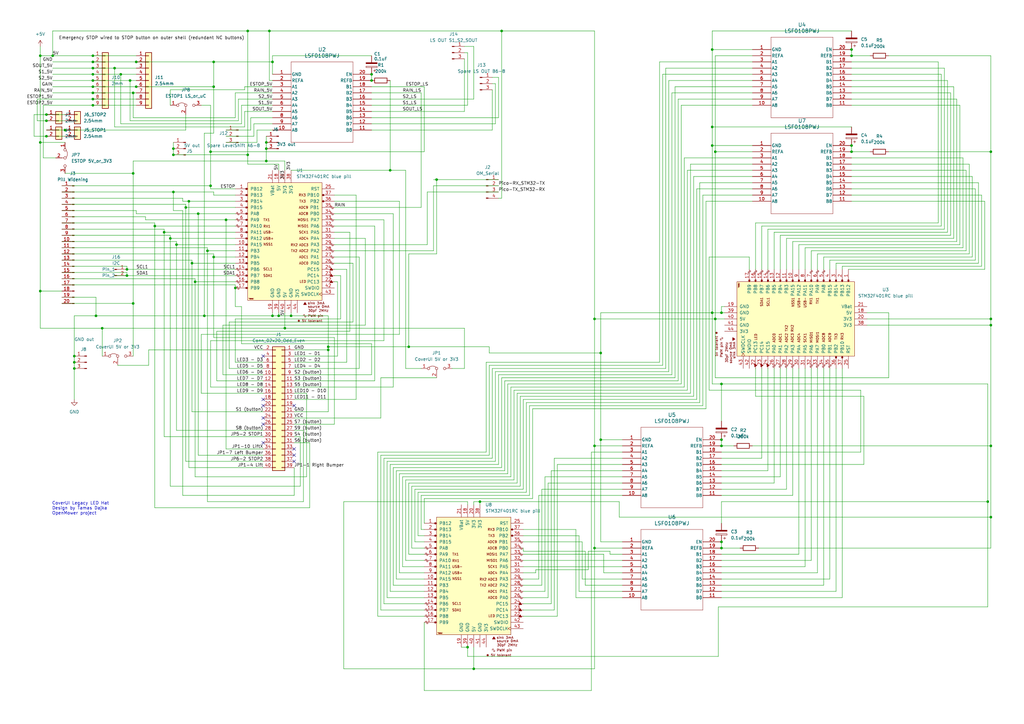
<source format=kicad_sch>
(kicad_sch (version 20231120) (generator "eeschema") (generator_version "8.0")
  (paper "A3")
  (junction (at 71.12 60.96))
  (junction (at 21.59 22.86))
  (junction (at 83.82 129.54))
  (junction (at 293.37 62.23))
  (junction (at 54.61 38.1))
  (junction (at 16.51 58.42))
  (junction (at 295.91 128.27))
  (junction (at 406.4 212.09))
  (junction (at 205.74 12.7))
  (junction (at 152.4 30.48))
  (junction (at 167.64 142.24))
  (junction (at 87.63 105.41))
  (junction (at 87.63 25.4))
  (junction (at 54.61 71.12))
  (junction (at 38.1 38.1))
  (junction (at 69.85 97.79))
  (junction (at 406.4 62.23))
  (junction (at 295.91 182.88))
  (junction (at 191.77 265.43))
  (junction (at 406.4 130.81))
  (junction (at 85.09 102.87))
  (junction (at 405.13 205.74))
  (junction (at 67.31 95.25))
  (junction (at 406.4 182.88))
  (junction (at 109.22 60.96))
  (junction (at 116.84 134.62))
  (junction (at 114.3 129.54))
  (junction (at 101.6 12.7))
  (junction (at 87.63 35.56))
  (junction (at 76.2 85.09))
  (junction (at 38.1 43.18))
  (junction (at 71.12 78.74))
  (junction (at 86.36 76.2))
  (junction (at 38.1 33.02))
  (junction (at 349.25 62.23))
  (junction (at 246.38 180.34))
  (junction (at 111.76 25.4))
  (junction (at 53.34 33.02))
  (junction (at 243.84 182.88))
  (junction (at 78.74 107.95))
  (junction (at 295.91 180.34))
  (junction (at 292.1 20.32))
  (junction (at 160.02 69.85))
  (junction (at 243.84 130.81))
  (junction (at 52.07 110.49))
  (junction (at 295.91 224.79))
  (junction (at 30.48 146.05))
  (junction (at 292.1 59.69))
  (junction (at 19.05 49.53))
  (junction (at 19.05 46.99))
  (junction (at 30.48 151.13))
  (junction (at 30.48 148.59))
  (junction (at 134.62 142.24))
  (junction (at 96.52 118.11))
  (junction (at 52.07 113.03))
  (junction (at 246.38 144.78))
  (junction (at 54.61 124.46))
  (junction (at 92.71 90.17))
  (junction (at 196.85 205.74))
  (junction (at 38.1 22.86))
  (junction (at 71.12 63.5))
  (junction (at 292.1 52.07))
  (junction (at 179.07 73.66))
  (junction (at 81.28 87.63))
  (junction (at 38.1 40.64))
  (junction (at 19.05 55.88))
  (junction (at 243.84 224.79))
  (junction (at 293.37 130.81))
  (junction (at 16.51 22.86))
  (junction (at 41.91 134.62))
  (junction (at 39.37 129.54))
  (junction (at 101.6 63.5))
  (junction (at 38.1 27.94))
  (junction (at 72.39 100.33))
  (junction (at 80.01 115.57))
  (junction (at 38.1 30.48))
  (junction (at 77.47 82.55))
  (junction (at 111.76 129.54))
  (junction (at 55.88 35.56))
  (junction (at 119.38 129.54))
  (junction (at 349.25 20.32))
  (junction (at 26.67 53.34))
  (junction (at 110.49 12.7))
  (junction (at 292.1 128.27))
  (junction (at 194.31 274.32))
  (junction (at 49.53 30.48))
  (junction (at 38.1 25.4))
  (junction (at 152.4 33.02))
  (junction (at 406.4 133.35))
  (junction (at 55.88 25.4))
  (junction (at 349.25 22.86))
  (junction (at 295.91 222.25))
  (junction (at 134.62 143.51))
  (junction (at 109.22 66.04))
  (junction (at 349.25 59.69))
  (junction (at 63.5 92.71))
  (junction (at 86.36 62.23))
  (junction (at 109.22 58.42))
  (junction (at 46.99 27.94))
  (junction (at 38.1 35.56))
  (junction (at 16.51 119.38))
  (junction (at 295.91 157.48))
  (no_connect (at 107.95 173.99))
  (no_connect (at 107.95 181.61))
  (no_connect (at 120.65 186.69))
  (no_connect (at 107.95 146.05))
  (no_connect (at 107.95 163.83))
  (no_connect (at 120.65 189.23))
  (no_connect (at 120.65 184.15))
  (no_connect (at 107.95 171.45))
  (no_connect (at 107.95 166.37))
  (no_connect (at 120.65 166.37))
  (wire (pts (xy 292.1 52.07) (xy 349.25 52.07)))
  (wire (pts (xy 340.36 110.49) (xy 340.36 106.68)))
  (wire (pts (xy 137.16 97.79) (xy 149.86 97.79)))
  (wire (pts (xy 179.07 104.14) (xy 167.64 104.14)))
  (wire (pts (xy 295.91 234.95) (xy 335.28 234.95)))
  (wire (pts (xy 111.76 48.26) (xy 102.87 48.26)))
  (wire (pts (xy 317.5 151.13) (xy 317.5 198.12)))
  (wire (pts (xy 279.4 157.48) (xy 208.28 157.48)))
  (wire (pts (xy 392.43 40.64) (xy 392.43 99.06)))
  (wire (pts (xy 349.25 40.64) (xy 392.43 40.64)))
  (wire (pts (xy 82.55 161.29) (xy 107.95 161.29)))
  (wire (pts (xy 71.12 58.42) (xy 71.12 60.96)))
  (wire (pts (xy 287.02 74.93) (xy 287.02 165.1)))
  (wire (pts (xy 149.86 133.35) (xy 91.44 133.35)))
  (wire (pts (xy 116.84 66.04) (xy 116.84 69.85)))
  (wire (pts (xy 110.49 12.7) (xy 101.6 12.7)))
  (wire (pts (xy 406.4 130.81) (xy 406.4 133.35)))
  (wire (pts (xy 364.49 62.23) (xy 406.4 62.23)))
  (wire (pts (xy 295.91 125.73) (xy 295.91 128.27)))
  (wire (pts (xy 120.65 148.59) (xy 142.24 148.59)))
  (wire (pts (xy 16.51 22.86) (xy 21.59 22.86)))
  (wire (pts (xy 120.65 161.29) (xy 125.73 161.29)))
  (wire (pts (xy 21.59 30.48) (xy 38.1 30.48)))
  (wire (pts (xy 86.36 76.2) (xy 86.36 62.23)))
  (wire (pts (xy 46.99 113.03) (xy 52.07 113.03)))
  (wire (pts (xy 214.63 252.73) (xy 228.6 252.73)))
  (wire (pts (xy 283.21 67.31) (xy 283.21 161.29)))
  (wire (pts (xy 289.56 82.55) (xy 308.61 82.55)))
  (wire (pts (xy 311.15 224.79) (xy 406.4 224.79)))
  (wire (pts (xy 355.6 128.27) (xy 364.49 128.27)))
  (wire (pts (xy 295.91 237.49) (xy 340.36 237.49)))
  (wire (pts (xy 166.37 69.85) (xy 166.37 151.13)))
  (wire (pts (xy 76.2 53.34) (xy 76.2 46.99)))
  (wire (pts (xy 247.65 227.33) (xy 247.65 234.95)))
  (wire (pts (xy 388.62 95.25) (xy 388.62 33.02)))
  (wire (pts (xy 54.61 48.26) (xy 54.61 38.1)))
  (wire (pts (xy 292.1 128.27) (xy 246.38 128.27)))
  (wire (pts (xy 327.66 227.33) (xy 327.66 151.13)))
  (wire (pts (xy 217.17 203.2) (xy 217.17 166.37)))
  (wire (pts (xy 38.1 43.18) (xy 55.88 43.18)))
  (wire (pts (xy 168.91 199.39) (xy 168.91 224.79)))
  (wire (pts (xy 96.52 118.11) (xy 96.52 125.73)))
  (wire (pts (xy 270.51 25.4) (xy 308.61 25.4)))
  (wire (pts (xy 111.76 33.02) (xy 110.49 33.02)))
  (wire (pts (xy 52.07 109.22) (xy 52.07 110.49)))
  (wire (pts (xy 349.25 20.32) (xy 349.25 22.86)))
  (wire (pts (xy 55.88 35.56) (xy 87.63 35.56)))
  (wire (pts (xy 152.4 40.64) (xy 194.31 40.64)))
  (wire (pts (xy 293.37 130.81) (xy 297.18 130.81)))
  (wire (pts (xy 288.29 80.01) (xy 308.61 80.01)))
  (wire (pts (xy 243.84 12.7) (xy 205.74 12.7)))
  (wire (pts (xy 160.02 190.5) (xy 204.47 190.5)))
  (wire (pts (xy 19.05 49.53) (xy 26.67 49.53)))
  (wire (pts (xy 203.2 152.4) (xy 203.2 189.23)))
  (wire (pts (xy 25.4 81.28) (xy 74.93 81.28)))
  (wire (pts (xy 295.91 190.5) (xy 354.33 190.5)))
  (wire (pts (xy 275.59 38.1) (xy 308.61 38.1)))
  (wire (pts (xy 38.1 25.4) (xy 55.88 25.4)))
  (wire (pts (xy 240.03 226.06) (xy 240.03 240.03)))
  (wire (pts (xy 247.65 234.95) (xy 255.27 234.95)))
  (wire (pts (xy 49.53 50.8) (xy 99.06 50.8)))
  (wire (pts (xy 173.99 227.33) (xy 167.64 227.33)))
  (wire (pts (xy 325.12 99.06) (xy 325.12 110.49)))
  (wire (pts (xy 143.51 135.89) (xy 88.9 135.89)))
  (wire (pts (xy 292.1 52.07) (xy 292.1 20.32)))
  (wire (pts (xy 349.25 25.4) (xy 384.81 25.4)))
  (wire (pts (xy 214.63 200.66) (xy 214.63 163.83)))
  (wire (pts (xy 53.34 33.02) (xy 53.34 49.53)))
  (wire (pts (xy 116.84 134.62) (xy 190.5 134.62)))
  (wire (pts (xy 26.67 71.12) (xy 54.61 71.12)))
  (wire (pts (xy 246.38 128.27) (xy 246.38 144.78)))
  (wire (pts (xy 400.05 106.68) (xy 400.05 77.47)))
  (wire (pts (xy 21.59 33.02) (xy 38.1 33.02)))
  (wire (pts (xy 19.05 53.34) (xy 26.67 53.34)))
  (wire (pts (xy 295.91 227.33) (xy 327.66 227.33)))
  (wire (pts (xy 295.91 185.42) (xy 353.06 185.42)))
  (wire (pts (xy 237.49 242.57) (xy 255.27 242.57)))
  (wire (pts (xy 137.16 113.03) (xy 139.7 113.03)))
  (wire (pts (xy 76.2 85.09) (xy 76.2 189.23)))
  (wire (pts (xy 25.4 86.36) (xy 55.88 86.36)))
  (wire (pts (xy 287.02 74.93) (xy 308.61 74.93)))
  (wire (pts (xy 137.16 90.17) (xy 157.48 90.17)))
  (wire (pts (xy 86.36 139.7) (xy 86.36 158.75)))
  (wire (pts (xy 308.61 27.94) (xy 273.05 27.94)))
  (wire (pts (xy 86.36 77.47) (xy 86.36 76.2)))
  (wire (pts (xy 137.16 82.55) (xy 163.83 82.55)))
  (wire (pts (xy 295.91 222.25) (xy 295.91 224.79)))
  (wire (pts (xy 285.75 77.47) (xy 285.75 163.83)))
  (wire (pts (xy 177.8 76.2) (xy 204.47 76.2)))
  (wire (pts (xy 177.8 73.66) (xy 179.07 73.66)))
  (wire (pts (xy 111.76 22.86) (xy 152.4 22.86)))
  (wire (pts (xy 82.55 137.16) (xy 82.55 161.29)))
  (wire (pts (xy 55.88 25.4) (xy 87.63 25.4)))
  (wire (pts (xy 288.29 166.37) (xy 288.29 80.01)))
  (wire (pts (xy 101.6 63.5) (xy 101.6 67.31)))
  (wire (pts (xy 156.21 250.19) (xy 173.99 250.19)))
  (wire (pts (xy 204.47 48.26) (xy 204.47 31.75)))
  (wire (pts (xy 96.52 115.57) (xy 80.01 115.57)))
  (wire (pts (xy 157.48 187.96) (xy 201.93 187.96)))
  (wire (pts (xy 349.25 82.55) (xy 403.86 82.55)))
  (wire (pts (xy 137.16 107.95) (xy 144.78 107.95)))
  (wire (pts (xy 60.96 149.86) (xy 48.26 149.86)))
  (wire (pts (xy 172.72 38.1) (xy 172.72 85.09)))
  (wire (pts (xy 255.27 187.96) (xy 227.33 187.96)))
  (wire (pts (xy 194.31 40.64) (xy 194.31 19.05)))
  (wire (pts (xy 41.91 134.62) (xy 41.91 146.05)))
  (wire (pts (xy 137.16 80.01) (xy 146.05 80.01)))
  (wire (pts (xy 87.63 25.4) (xy 111.76 25.4)))
  (wire (pts (xy 107.95 189.23) (xy 76.2 189.23)))
  (wire (pts (xy 25.4 114.3) (xy 80.01 114.3)))
  (wire (pts (xy 13.97 46.99) (xy 13.97 55.88)))
  (wire (pts (xy 403.86 82.55) (xy 403.86 110.49)))
  (wire (pts (xy 220.98 237.49) (xy 220.98 203.2)))
  (wire (pts (xy 93.98 132.08) (xy 93.98 151.13)))
  (wire (pts (xy 163.83 82.55) (xy 163.83 137.16)))
  (wire (pts (xy 393.7 100.33) (xy 393.7 43.18)))
  (wire (pts (xy 289.56 167.64) (xy 218.44 167.64)))
  (wire (pts (xy 166.37 151.13) (xy 172.72 151.13)))
  (wire (pts (xy 149.86 97.79) (xy 149.86 133.35)))
  (wire (pts (xy 295.91 182.88) (xy 300.99 182.88)))
  (wire (pts (xy 63.5 92.71) (xy 63.5 208.28)))
  (wire (pts (xy 49.53 30.48) (xy 55.88 30.48)))
  (wire (pts (xy 120.65 163.83) (xy 146.05 163.83)))
  (wire (pts (xy 38.1 38.1) (xy 54.61 38.1)))
  (wire (pts (xy 134.62 168.91) (xy 120.65 168.91)))
  (wire (pts (xy 312.42 110.49) (xy 312.42 92.71)))
  (wire (pts (xy 406.4 133.35) (xy 406.4 182.88)))
  (wire (pts (xy 143.51 95.25) (xy 143.51 135.89)))
  (wire (pts (xy 19.05 46.99) (xy 13.97 46.99)))
  (wire (pts (xy 16.51 19.05) (xy 16.51 22.86)))
  (wire (pts (xy 222.25 240.03) (xy 214.63 240.03)))
  (wire (pts (xy 38.1 40.64) (xy 55.88 40.64)))
  (wire (pts (xy 30.48 146.05) (xy 30.48 148.59)))
  (wire (pts (xy 46.99 27.94) (xy 55.88 27.94)))
  (wire (pts (xy 96.52 38.1) (xy 96.52 48.26)))
  (wire (pts (xy 255.27 224.79) (xy 243.84 224.79)))
  (wire (pts (xy 201.93 36.83) (xy 201.93 53.34)))
  (wire (pts (xy 214.63 237.49) (xy 220.98 237.49)))
  (wire (pts (xy 292.1 128.27) (xy 292.1 157.48)))
  (wire (pts (xy 330.2 101.6) (xy 394.97 101.6)))
  (wire (pts (xy 246.38 180.34) (xy 255.27 180.34)))
  (wire (pts (xy 270.51 148.59) (xy 270.51 25.4)))
  (wire (pts (xy 276.86 154.94) (xy 205.74 154.94)))
  (wire (pts (xy 104.14 55.88) (xy 104.14 50.8)))
  (wire (pts (xy 92.71 90.17) (xy 96.52 90.17)))
  (wire (pts (xy 38.1 30.48) (xy 49.53 30.48)))
  (wire (pts (xy 177.8 76.2) (xy 177.8 102.87)))
  (wire (pts (xy 236.22 217.17) (xy 236.22 245.11)))
  (wire (pts (xy 295.91 242.57) (xy 342.9 242.57)))
  (wire (pts (xy 127 208.28) (xy 63.5 208.28)))
  (wire (pts (xy 179.07 73.66) (xy 179.07 104.14)))
  (wire (pts (xy 76.2 85.09) (xy 96.52 85.09)))
  (wire (pts (xy 111.76 38.1) (xy 96.52 38.1)))
  (wire (pts (xy 87.63 25.4) (xy 87.63 35.56)))
  (wire (pts (xy 158.75 189.23) (xy 158.75 245.11)))
  (wire (pts (xy 201.93 151.13) (xy 273.05 151.13)))
  (wire (pts (xy 67.31 95.25) (xy 67.31 179.07)))
  (wire (pts (xy 271.78 30.48) (xy 308.61 30.48)))
  (wire (pts (xy 87.63 105.41) (xy 87.63 138.43)))
  (wire (pts (xy 200.66 144.78) (xy 246.38 144.78)))
  (wire (pts (xy 134.62 143.51) (xy 134.62 168.91)))
  (wire (pts (xy 107.95 148.59) (xy 96.52 148.59)))
  (wire (pts (xy 80.01 195.58) (xy 125.73 195.58)))
  (wire (pts (xy 213.36 199.39) (xy 168.91 199.39)))
  (wire (pts (xy 152.4 43.18) (xy 191.77 43.18)))
  (wire (pts (xy 49.53 30.48) (xy 49.53 50.8)))
  (wire (pts (xy 152.4 45.72) (xy 190.5 45.72)))
  (wire (pts (xy 204.47 153.67) (xy 275.59 153.67)))
  (wire (pts (xy 349.25 67.31) (xy 397.51 67.31)))
  (wire (pts (xy 322.58 151.13) (xy 322.58 200.66)))
  (wire (pts (xy 349.25 33.02) (xy 388.62 33.02)))
  (wire (pts (xy 205.74 154.94) (xy 205.74 191.77)))
  (wire (pts (xy 355.6 133.35) (xy 406.4 133.35)))
  (wire (pts (xy 320.04 195.58) (xy 320.04 151.13)))
  (wire (pts (xy 403.86 110.49) (xy 347.98 110.49)))
  (wire (pts (xy 147.32 105.41) (xy 147.32 151.13)))
  (wire (pts (xy 308.61 182.88) (xy 406.4 182.88)))
  (wire (pts (xy 67.31 179.07) (xy 107.95 179.07)))
  (wire (pts (xy 120.65 151.13) (xy 147.32 151.13)))
  (wire (pts (xy 384.81 91.44) (xy 309.88 91.44)))
  (wire (pts (xy 21.59 38.1) (xy 38.1 38.1)))
  (wire (pts (xy 274.32 33.02) (xy 308.61 33.02)))
  (wire (pts (xy 349.25 27.94) (xy 387.35 27.94)))
  (wire (pts (xy 78.74 107.95) (xy 78.74 168.91)))
  (wire (pts (xy 292.1 59.69) (xy 292.1 52.07)))
  (wire (pts (xy 210.82 160.02) (xy 210.82 196.85)))
  (wire (pts (xy 171.45 219.71) (xy 173.99 219.71)))
  (wire (pts (xy 203.2 189.23) (xy 158.75 189.23)))
  (wire (pts (xy 240.03 240.03) (xy 255.27 240.03)))
  (wire (pts (xy 140.97 274.32) (xy 194.31 274.32)))
  (wire (pts (xy 179.07 154.94) (xy 156.21 154.94)))
  (wire (pts (xy 308.61 35.56) (xy 276.86 35.56)))
  (wire (pts (xy 274.32 33.02) (xy 274.32 152.4)))
  (wire (pts (xy 214.63 229.87) (xy 255.27 229.87)))
  (wire (pts (xy 237.49 219.71) (xy 214.63 219.71)))
  (wire (pts (xy 157.48 247.65) (xy 157.48 187.96)))
  (wire (pts (xy 314.96 151.13) (xy 314.96 193.04)))
  (wire (pts (xy 349.25 72.39) (xy 398.78 72.39)))
  (wire (pts (xy 227.33 250.19) (xy 214.63 250.19)))
  (wire (pts (xy 349.25 59.69) (xy 349.25 62.23)))
  (wire (pts (xy 109.22 58.42) (xy 109.22 60.96)))
  (wire (pts (xy 96.52 116.84) (xy 96.52 118.11)))
  (wire (pts (xy 173.99 222.25) (xy 170.18 222.25)))
  (wire (pts (xy 168.91 224.79) (xy 173.99 224.79)))
  (wire (pts (xy 387.35 93.98) (xy 314.96 93.98)))
  (wire (pts (xy 405.13 157.48) (xy 405.13 205.74)))
  (wire (pts (xy 349.25 30.48) (xy 386.08 30.48)))
  (wire (pts (xy 25.4 109.22) (xy 52.07 109.22)))
  (wire (pts (xy 156.21 186.69) (xy 156.21 250.19)))
  (wire (pts (xy 330.2 110.49) (xy 330.2 101.6)))
  (wire (pts (xy 154.94 252.73) (xy 154.94 185.42)))
  (wire (pts (xy 295.91 187.96) (xy 312.42 187.96)))
  (wire (pts (xy 207.01 193.04) (xy 207.01 156.21)))
  (wire (pts (xy 21.59 22.86) (xy 21.59 12.7)))
  (wire (pts (xy 214.63 232.41) (xy 255.27 232.41)))
  (wire (pts (xy 254 205.74) (xy 254 212.09)))
  (wire (pts (xy 111.76 25.4) (xy 111.76 30.48)))
  (wire (pts (xy 214.63 234.95) (xy 219.71 234.95)))
  (wire (pts (xy 156.21 154.94) (xy 156.21 171.45)))
  (wire (pts (xy 240.03 226.06) (xy 214.63 226.06)))
  (wire (pts (xy 102.87 53.34) (xy 92.71 53.34)))
  (wire (pts (xy 144.78 132.08) (xy 93.98 132.08)))
  (wire (pts (xy 22.86 64.77) (xy 17.78 64.77)))
  (wire (pts (xy 16.51 119.38) (xy 16.51 134.62)))
  (wire (pts (xy 278.13 40.64) (xy 308.61 40.64)))
  (wire (pts (xy 349.25 38.1) (xy 389.89 38.1)))
  (wire (pts (xy 386.08 30.48) (xy 386.08 92.71)))
  (wire (pts (xy 243.84 182.88) (xy 243.84 224.79)))
  (wire (pts (xy 242.57 185.42) (xy 255.27 185.42)))
  (wire (pts (xy 101.6 12.7) (xy 101.6 63.5)))
  (wire (pts (xy 114.3 69.85) (xy 114.3 67.31)))
  (wire (pts (xy 271.78 30.48) (xy 271.78 149.86)))
  (wire (pts (xy 96.52 48.26) (xy 54.61 48.26)))
  (wire (pts (xy 30.48 129.54) (xy 39.37 129.54)))
  (wire (pts (xy 30.48 129.54) (xy 30.48 146.05)))
  (wire (pts (xy 220.98 203.2) (xy 255.27 203.2)))
  (wire (pts (xy 297.18 125.73) (xy 295.91 125.73)))
  (wire (pts (xy 349.25 22.86) (xy 356.87 22.86)))
  (wire (pts (xy 236.22 245.11) (xy 255.27 245.11)))
  (wire (pts (xy 241.3 233.68) (xy 219.71 233.68)))
  (wire (pts (xy 290.83 160.02) (xy 353.06 160.02)))
  (wire (pts (xy 134.62 142.24) (xy 134.62 129.54)))
  (wire (pts (xy 152.4 48.26) (xy 204.47 48.26)))
  (wire (pts (xy 173.99 62.23) (xy 86.36 62.23)))
  (wire (pts (xy 173.99 232.41) (xy 165.1 232.41)))
  (wire (pts (xy 158.75 245.11) (xy 173.99 245.11)))
  (wire (pts (xy 99.06 125.73) (xy 99.06 140.97)))
  (wire (pts (xy 21.59 35.56) (xy 38.1 35.56)))
  (wire (pts (xy 85.09 101.6) (xy 85.09 102.87)))
  (wire (pts (xy 54.61 66.04) (xy 54.61 71.12)))
  (wire (pts (xy 82.55 43.18) (xy 86.36 43.18)))
  (wire (pts (xy 217.17 166.37) (xy 288.29 166.37)))
  (wire (pts (xy 201.93 31.75) (xy 204.47 31.75)))
  (wire (pts (xy 228.6 190.5) (xy 228.6 252.73)))
  (wire (pts (xy 78.74 168.91) (xy 107.95 168.91)))
  (wire (pts (xy 243.84 130.81) (xy 243.84 12.7)))
  (wire (pts (xy 349.25 64.77) (xy 394.97 64.77)))
  (wire (pts (xy 19.05 55.88) (xy 26.67 55.88)))
  (wire (pts (xy 25.4 116.84) (xy 96.52 116.84)))
  (wire (pts (xy 19.05 46.99) (xy 26.67 46.99)))
  (wire (pts (xy 207.01 156.21) (xy 278.13 156.21)))
  (wire (pts (xy 273.05 27.94) (xy 273.05 151.13)))
  (wire (pts (xy 340.36 106.68) (xy 400.05 106.68)))
  (wire (pts (xy 219.71 234.95) (xy 219.71 233.68)))
  (wire (pts (xy 401.32 107.95) (xy 342.9 107.95)))
  (wire (pts (xy 289.56 82.55) (xy 289.56 167.64)))
  (wire (pts (xy 125.73 195.58) (xy 125.73 161.29)))
  (wire (pts (xy 152.4 35.56) (xy 173.99 35.56)))
  (wire (pts (xy 317.5 95.25) (xy 388.62 95.25)))
  (wire (pts (xy 124.46 205.74) (xy 124.46 176.53)))
  (wire (pts (xy 137.16 105.41) (xy 147.32 105.41)))
  (wire (pts (xy 205.74 191.77) (xy 161.29 191.77)))
  (wire (pts (xy 322.58 97.79) (xy 391.16 97.79)))
  (wire (pts (xy 308.61 22.86) (xy 293.37 22.86)))
  (wire (pts (xy 175.26 78.74) (xy 175.26 100.33)))
  (wire (pts (xy 397.51 67.31) (xy 397.51 104.14)))
  (wire (pts (xy 214.63 217.17) (xy 236.22 217.17)))
  (wire (pts (xy 100.33 52.07) (xy 100.33 45.72)))
  (wire (pts (xy 54.61 124.46) (xy 54.61 146.05)))
  (wire (pts (xy 162.56 193.04) (xy 207.01 193.04)))
  (wire (pts (xy 25.4 88.9) (xy 59.69 88.9)))
  (wire (pts (xy 354.33 162.56) (xy 354.33 190.5)))
  (wire (pts (xy 335.28 151.13) (xy 335.28 234.95)))
  (wire (pts (xy 120.65 181.61) (xy 127 181.61)))
  (wire (pts (xy 218.44 204.47) (xy 173.99 204.47)))
  (wire (pts (xy 160.02 242.57) (xy 160.02 190.5)))
  (wire (pts (xy 17.78 43.18) (xy 38.1 43.18)))
  (wire (pts (xy 109.22 60.96) (xy 109.22 66.04)))
  (wire (pts (xy 52.07 110.49) (xy 96.52 110.49)))
  (wire (pts (xy 170.18 200.66) (xy 214.63 200.66)))
  (wire (pts (xy 212.09 198.12) (xy 212.09 161.29)))
  (wire (pts (xy 190.5 151.13) (xy 185.42 151.13)))
  (wire (pts (xy 59.69 90.17) (xy 92.71 90.17)))
  (wire (pts (xy 308.61 77.47) (xy 285.75 77.47)))
  (wire (pts (xy 191.77 265.43) (xy 191.77 269.24)))
  (wire (pts (xy 104.14 50.8) (xy 111.76 50.8)))
  (wire (pts (xy 161.29 87.63) (xy 161.29 158.75)))
  (wire (pts (xy 284.48 72.39) (xy 284.48 162.56)))
  (wire (pts (xy 292.1 20.32) (xy 292.1 12.7)))
  (wire (pts (xy 337.82 151.13) (xy 337.82 240.03)))
  (wire (pts (xy 332.74 229.87) (xy 332.74 151.13)))
  (wire (pts (xy 92.71 90.17) (xy 92.71 184.15)))
  (wire (pts (xy 204.47 81.28) (xy 205.74 81.28)))
  (wire (pts (xy 46.99 27.94) (xy 46.99 52.07)))
  (wire (pts (xy 327.66 110.49) (xy 327.66 100.33)))
  (wire (pts (xy 281.94 160.02) (xy 210.82 160.02)))
  (wire (pts (xy 295.91 128.27) (xy 292.1 128.27)))
  (wire (pts (xy 101.6 67.31) (xy 114.3 67.31)))
  (wire (pts (xy 69.85 36.83) (xy 100.33 36.83)))
  (wire (pts (xy 294.64 269.24) (xy 294.64 248.92)))
  (wire (pts (xy 41.91 134.62) (xy 16.51 134.62)))
  (wire (pts (xy 349.25 80.01) (xy 402.59 80.01)))
  (wire (pts (xy 179.07 73.66) (xy 204.47 73.66)))
  (wire (pts (xy 275.59 153.67) (xy 275.59 38.1)))
  (wire (pts (xy 96.52 130.81) (xy 96.52 148.59)))
  (wire (pts (xy 281.94 69.85) (xy 281.94 160.02)))
  (wire (pts (xy 71.12 78.74) (xy 87.63 78.74)))
  (wire (pts (xy 96.52 125.73) (xy 99.06 125.73)))
  (wire (pts (xy 349.25 35.56) (xy 391.16 35.56)))
  (wire (pts (xy 137.16 173.99) (xy 120.65 173.99)))
  (wire (pts (xy 241.3 226.06) (xy 250.19 226.06)))
  (wire (pts (xy 212.09 161.29) (xy 283.21 161.29)))
  (wire (pts (xy 92.71 184.15) (xy 107.95 184.15)))
  (wire (pts (xy 39.37 121.92) (xy 39.37 129.54)))
  (wire (pts (xy 76.2 83.82) (xy 76.2 85.09)))
  (wire (pts (xy 72.39 100.33) (xy 72.39 176.53)))
  (wire (pts (xy 99.06 43.18) (xy 99.06 50.8)))
  (wire (pts (xy 120.65 158.75) (xy 161.29 158.75)))
  (wire (pts (xy 398.78 72.39) (xy 398.78 105.41)))
  (wire (pts (xy 63.5 92.71) (xy 96.52 92.71)))
  (wire (pts (xy 402.59 109.22) (xy 402.59 80.01)))
  (wire (pts (xy 349.25 43.18) (xy 393.7 43.18)))
  (wire (pts (xy 71.12 63.5) (xy 101.6 63.5)))
  (wire (pts (xy 25.4 96.52) (xy 69.85 96.52)))
  (wire (pts (xy 293.37 130.81) (xy 293.37 154.94)))
  (wire (pts (xy 203.2 34.29) (xy 201.93 34.29)))
  (wire (pts (xy 166.37 196.85) (xy 166.37 229.87)))
  (wire (pts (xy 153.67 156.21) (xy 153.67 92.71)))
  (wire (pts (xy 81.28 87.63) (xy 96.52 87.63)))
  (wire (pts (xy 276.86 35.56) (xy 276.86 154.94)))
  (wire (pts (xy 364.49 154.94) (xy 364.49 128.27)))
  (wire (pts (xy 92.71 58.42) (xy 105.41 58.42)))
  (wire (pts (xy 394.97 101.6) (xy 394.97 64.77)))
  (wire (pts (xy 85.09 102.87) (xy 96.52 102.87)))
  (wire (pts (xy 116.84 128.27) (xy 116.84 134.62)))
  (wire (pts (xy 16.51 58.42) (xy 26.67 58.42)))
  (wire (pts (xy 69.85 199.39) (xy 123.19 199.39)))
  (wire (pts (xy 38.1 27.94) (xy 46.99 27.94)))
  (wire (pts (xy 78.74 106.68) (xy 78.74 107.95)))
  (wire (pts (xy 327.66 100.33) (xy 393.7 100.33)))
  (wire (pts (xy 87.63 35.56) (xy 87.63 54.61)))
  (wire (pts (xy 175.26 78.74) (xy 204.47 78.74)))
  (wire (pts (xy 246.38 144.78) (xy 246.38 180.34)))
  (wire (pts (xy 224.79 198.12) (xy 224.79 245.11)))
  (wire (pts (xy 100.33 45.72) (xy 111.76 45.72)))
  (wire (pts (xy 250.19 227.33) (xy 250.19 226.06)))
  (wire (pts (xy 60.96 143.51) (xy 107.95 143.51)))
  (wire (pts (xy 163.83 234.95) (xy 173.99 234.95)))
  (wire (pts (xy 295.91 205.74) (xy 405.13 205.74)))
  (wire (pts (xy 191.77 205.74) (xy 140.97 205.74)))
  (wire (pts (xy 41.91 134.62) (xy 116.84 134.62)))
  (wire (pts (xy 292.1 59.69) (xy 308.61 59.69)))
  (wire (pts (xy 55.88 86.36) (xy 55.88 87.63)))
  (wire (pts (xy 69.85 43.18) (xy 69.85 36.83)))
  (wire (pts (xy 400.05 77.47) (xy 349.25 77.47)))
  (wire (pts (xy 119.38 129.54) (xy 114.3 129.54)))
  (wire (pts (xy 107.95 191.77) (xy 77.47 191.77)))
  (wire (pts (xy 292.1 12.7) (xy 349.25 12.7)))
  (wire (pts (xy 138.43 115.57) (xy 138.43 146.05)))
  (wire (pts (xy 77.47 82.55) (xy 77.47 191.77)))
  (wire (pts (xy 74.93 86.36) (xy 71.12 86.36)))
  (wire (pts (xy 30.48 151.13) (xy 30.48 163.83)))
  (wire (pts (xy 209.55 158.75) (xy 280.67 158.75)))
  (wire (pts (xy 345.44 151.13) (xy 345.44 245.11)))
  (wire (pts (xy 214.63 226.06) (xy 214.63 224.79)))
  (wire (pts (xy 25.4 101.6) (xy 85.09 101.6)))
  (wire (pts (xy 295.91 232.41) (xy 330.2 232.41)))
  (wire (pts (xy 295.91 224.79) (xy 303.53 224.79)))
  (wire (pts (xy 134.62 142.24) (xy 134.62 143.51)))
  (wire (pts (xy 86.36 158.75) (xy 107.95 158.75)))
  (wire (pts (xy 110.49 33.02) (xy 110.49 12.7)))
  (wire (pts (xy 81.28 87.63) (xy 81.28 186.69)))
  (wire (pts (xy 210.82 196.85) (xy 166.37 196.85)))
  (wire (pts (xy 54.61 38.1) (xy 55.88 38.1)))
  (wire (pts (xy 167.64 227.33) (xy 167.64 198.12)))
  (wire (pts (xy 87.63 104.14) (xy 87.63 105.41)))
  (wire (pts (xy 389.89 96.52) (xy 389.89 38.1)))
  (wire (pts (xy 295.91 193.04) (xy 314.96 193.04)))
  (wire (pts (xy 15.24 40.64) (xy 38.1 40.64)))
  (wire (pts (xy 134.62 129.54) (xy 119.38 129.54)))
  (wire (pts (xy 88.9 156.21) (xy 107.95 156.21)))
  (wire (pts (xy 335.28 104.14) (xy 397.51 104.14)))
  (wire (pts (xy 227.33 187.96) (xy 227.33 250.19)))
  (wire (pts (xy 295.91 195.58) (xy 320.04 195.58)))
  (wire (pts (xy 74.93 81.28) (xy 74.93 82.55)))
  (wire (pts (xy 26.67 53.34) (xy 76.2 53.34)))
  (wire (pts (xy 163.83 194.31) (xy 163.83 234.95)))
  (wire (pts (xy 215.9 165.1) (xy 215.9 201.93)))
  (wire (pts (xy 54.61 71.12) (xy 54.61 124.46)))
  (wire (pts (xy 255.27 190.5) (xy 228.6 190.5)))
  (wire (pts (xy 96.52 130.81) (xy 139.7 130.81)))
  (wire (pts (xy 55.88 87.63) (xy 81.28 87.63)))
  (wire (pts (xy 280.67 64.77) (xy 308.61 64.77)))
  (wire (pts (xy 91.44 133.35) (xy 91.44 153.67)))
  (wire (pts (xy 166.37 229.87) (xy 173.99 229.87)))
  (wire (pts (xy 292.1 20.32) (xy 308.61 20.32)))
  (wire (pts (xy 295.91 157.48) (xy 405.13 157.48)))
  (wire (pts (xy 59.69 88.9) (xy 59.69 90.17)))
  (wire (pts (xy 387.35 27.94) (xy 387.35 93.98)))
  (wire (pts (xy 332.74 102.87) (xy 332.74 110.49)))
  (wire (pts (xy 83.82 129.54) (xy 111.76 129.54)))
  (wire (pts (xy 173.99 247.65) (xy 157.48 247.65)))
  (wire (pts (xy 119.38 128.27) (xy 119.38 129.54)))
  (wire (pts (xy 74.93 203.2) (xy 120.65 203.2)))
  (wire (pts (xy 226.06 193.04) (xy 255.27 193.04)))
  (wire (pts (xy 25.4 99.06) (xy 72.39 99.06)))
  (wire (pts (xy 243.84 130.81) (xy 243.84 182.88)))
  (wire (pts (xy 218.44 167.64) (xy 218.44 204.47)))
  (wire (pts (xy 293.37 62.23) (xy 308.61 62.23)))
  (wire (pts (xy 335.28 110.49) (xy 335.28 104.14)))
  (wire (pts (xy 337.82 105.41) (xy 337.82 110.49)))
  (wire (pts (xy 194.31 19.05) (xy 190.5 19.05)))
  (wire (pts (xy 25.4 111.76) (xy 52.07 111.76)))
  (wire (pts (xy 102.87 48.26) (xy 102.87 53.34)))
  (wire (pts (xy 53.34 49.53) (xy 97.79 49.53)))
  (wire (pts (xy 279.4 43.18) (xy 279.4 157.48)))
  (wire (pts (xy 199.39 185.42) (xy 199.39 148.59)))
  (wire (pts (xy 309.88 162.56) (xy 309.88 151.13)))
  (wire (pts (xy 165.1 195.58) (xy 209.55 195.58)))
  (wire (pts (xy 72.39 100.33) (xy 96.52 100.33)))
  (wire (pts (xy 401.32 74.93) (xy 401.32 107.95)))
  (wire (pts (xy 74.93 203.2) (xy 74.93 86.36)))
  (wire (pts (xy 152.4 30.48) (xy 152.4 33.02)))
  (wire (pts (xy 190.5 24.13) (xy 190.5 45.72)))
  (wire (pts (xy 389.89 96.52) (xy 320.04 96.52)))
  (wire (pts (xy 137.16 87.63) (xy 161.29 87.63)))
  (wire (pts (xy 191.77 269.24) (xy 294.64 269.24)))
  (wire (pts (xy 342.9 107.95) (xy 342.9 110.49)))
  (wire (pts (xy 320.04 96.52) (xy 320.04 110.49)))
  (wire (pts (xy 86.36 43.18) (xy 86.36 62.23)))
  (wire (pts (xy 293.37 154.94) (xy 364.49 154.94)))
  (wire (pts (xy 199.39 148.59) (xy 270.51 148.59)))
  (wire (pts (xy 342.9 242.57) (xy 342.9 151.13)))
  (wire (pts (xy 25.4 106.68) (xy 78.74 106.68)))
  (wire (pts (xy 71.12 60.96) (xy 71.12 63.5)))
  (wire (pts (xy 172.72 85.09) (xy 137.16 85.09)))
  (wire (pts (xy 21.59 22.86) (xy 38.1 22.86)))
  (wire (pts (xy 25.4 76.2) (xy 86.36 76.2)))
  (wire (pts (xy 25.4 83.82) (xy 76.2 83.82)))
  (wire (pts (xy 25.4 124.46) (xy 54.61 124.46)))
  (wire (pts (xy 191.77 207.01) (xy 191.77 205.74)))
  (wire (pts (xy 127 181.61) (xy 127 208.28)))
  (wire (pts (xy 406.4 62.23) (xy 406.4 130.81)))
  (wire (pts (xy 196.85 205.74) (xy 196.85 207.01)))
  (wire (pts (xy 16.51 58.42) (xy 16.51 119.38)))
  (wire (pts (xy 15.24 49.53) (xy 19.05 49.53)))
  (wire (pts (xy 87.63 78.74) (xy 87.63 80.01)))
  (wire (pts (xy 38.1 33.02) (xy 53.34 33.02)))
  (wire (pts (xy 293.37 22.86) (xy 293.37 62.23)))
  (wire (pts (xy 171.45 201.93) (xy 171.45 219.71)))
  (wire (pts (xy 154.94 185.42) (xy 199.39 185.42)))
  (wire (pts (xy 200.66 186.69) (xy 156.21 186.69)))
  (wire (pts (xy 156.21 171.45) (xy 120.65 171.45)))
  (wire (pts (xy 137.16 115.57) (xy 138.43 115.57)))
  (wire (pts (xy 312.42 92.71) (xy 386.08 92.71)))
  (wire (pts (xy 295.91 205.74) (xy 295.91 214.63)))
  (wire (pts (xy 16.51 119.38) (xy 25.4 119.38)))
  (wire (pts (xy 255.27 227.33) (xy 250.19 227.33)))
  (wire (pts (xy 119.38 69.85) (xy 160.02 69.85)))
  (wire (pts (xy 86.36 139.7) (xy 157.48 139.7)))
  (wire (pts (xy 295.91 198.12) (xy 317.5 198.12)))
  (wire (pts (xy 60.96 143.51) (xy 60.96 149.86)))
  (wire (pts (xy 88.9 135.89) (xy 88.9 156.21)))
  (wire (pts (xy 72.39 176.53) (xy 107.95 176.53)))
  (wire (pts (xy 173.99 237.49) (xy 162.56 237.49)))
  (wire (pts (xy 134.62 142.24) (xy 167.64 142.24)))
  (wire (pts (xy 405.13 248.92) (xy 405.13 205.74)))
  (wire (pts (xy 322.58 110.49) (xy 322.58 97.79)))
  (wire (pts (xy 69.85 97.79) (xy 69.85 199.39)))
  (wire (pts (xy 173.99 204.47) (xy 173.99 214.63)))
  (wire (pts (xy 173.99 283.21) (xy 242.57 283.21)))
  (wire (pts (xy 87.63 80.01) (xy 96.52 80.01)))
  (wire (pts (xy 25.4 91.44) (xy 63.5 91.44)))
  (wire (pts (xy 325.12 203.2) (xy 325.12 151.13)))
  (wire (pts (xy 396.24 102.87) (xy 332.74 102.87)))
  (wire (pts (xy 167.64 142.24) (xy 200.66 142.24)))
  (wire (pts (xy 92.71 55.88) (xy 104.14 55.88)))
  (wire (pts (xy 208.28 157.48) (xy 208.28 194.31)))
  (wire (pts (xy 52.07 111.76) (xy 52.07 113.03)))
  (wire (pts (xy 406.4 212.09) (xy 406.4 224.79)))
  (wire (pts (xy 295.91 157.48) (xy 295.91 172.72)))
  (wire (pts (xy 243.84 274.32) (xy 243.84 224.79)))
  (wire (pts (xy 317.5 110.49) (xy 317.5 95.25)))
  (wire (pts (xy 274.32 152.4) (xy 203.2 152.4)))
  (wire (pts (xy 72.39 99.06) (xy 72.39 100.33)))
  (wire (pts (xy 173.99 255.27) (xy 173.99 283.21)))
  (wire (pts (xy 97.79 40.64) (xy 97.79 49.53)))
  (wire (pts (xy 392.43 99.06) (xy 325.12 99.06)))
  (wire (pts (xy 224.79 245.11) (xy 214.63 245.11)))
  (wire (pts (xy 30.48 148.59) (xy 30.48 151.13)))
  (wire (pts (xy 345.44 110.49) (xy 345.44 109.22)))
  (wire (pts (xy 15.24 40.64) (xy 15.24 49.53)))
  (wire (pts (xy 292.1 59.69) (xy 292.1 128.27)))
  (wire (pts (xy 355.6 130.81) (xy 406.4 130.81)))
  (wire (pts (xy 308.61 67.31) (xy 283.21 67.31)))
  (wire (pts (xy 107.95 186.69) (xy 81.28 186.69)))
  (wire (pts (xy 215.9 201.93) (xy 171.45 201.93)))
  (wire (pts (xy 120.65 203.2) (xy 120.65 191.77)))
  (wire (pts (xy 194.31 207.01) (xy 194.31 205.74)))
  (wire (pts (xy 194.31 274.32) (xy 194.31 265.43)))
  (wire (pts (xy 77.47 82.55) (xy 96.52 82.55)))
  (wire (pts (xy 53.34 33.02) (xy 55.88 33.02)))
  (wire (pts (xy 214.63 242.57) (xy 223.52 242.57)))
  (wire (pts (xy 109.22 55.88) (xy 109.22 58.42)))
  (wire (pts (xy 314.96 93.98) (xy 314.96 110.49)))
  (wire (pts (xy 116.84 66.04) (xy 109.22 66.04)))
  (wire (pts (xy 21.59 25.4) (xy 38.1 25.4)))
  (wire (pts (xy 111.76 22.86) (xy 111.76 25.4)))
  (wire (pts (xy 17.78 64.77) (xy 17.78 43.18)))
  (wire (pts (xy 111.76 40.64) (xy 97.79 40.64)))
  (wire (pts (xy 214.63 222.25) (xy 238.76 222.25)))
  (wire (pts (xy 226.06 247.65) (xy 226.06 193.04)))
  (wire (pts (xy 194.31 205.74) (xy 196.85 205.74)))
  (wire (pts (xy 80.01 115.57) (xy 80.01 195.58)))
  (wire (pts (xy 295.91 180.34) (xy 295.91 182.88)))
  (wire (pts (xy 213.36 162.56) (xy 213.36 199.39)))
  (wire (pts (xy 38.1 22.86) (xy 55.88 22.86)))
  (wire (pts (xy 152.4 38.1) (xy 172.72 38.1)))
  (wire (pts (xy 63.5 91.44) (xy 63.5 92.71)))
  (wire (pts (xy 214.63 247.65) (xy 226.06 247.65)))
  (wire (pts (xy 123.19 179.07) (xy 120.65 179.07)))
  (wire (pts (xy 160.02 69.85) (xy 166.37 69.85)))
  (wire (pts (xy 69.85 96.52) (xy 69.85 97.79)))
  (wire (pts (xy 111.76 35.56) (xy 100.33 35.56)))
  (wire (pts (xy 74.93 82.55) (xy 77.47 82.55)))
  (wire (pts (xy 246.38 222.25) (xy 255.27 222.25)))
  (wire (pts (xy 214.63 163.83) (xy 285.75 163.83)))
  (wire (pts (xy 137.16 100.33) (xy 175.26 100.33)))
  (wire (pts (xy 284.48 72.39) (xy 308.61 72.39)))
  (wire (pts (xy 214.63 227.33) (xy 247.65 227.33)))
  (wire (pts (xy 111.76 43.18) (xy 99.06 43.18)))
  (wire (pts (xy 123.19 199.39) (xy 123.19 179.07)))
  (wire (pts (xy 83.82 129.54) (xy 83.82 54.61)))
  (wire (pts (xy 114.3 128.27) (xy 114.3 129.54)))
  (wire (pts (xy 173.99 35.56) (xy 173.99 62.23)))
  (wire (pts (xy 83.82 54.61) (xy 87.63 54.61)))
  (wire (pts (xy 307.34 105.41) (xy 290.83 105.41)))
  (wire (pts (xy 200.66 142.24) (xy 200.66 144.78)))
  (wire (pts (xy 173.99 217.17) (xy 172.72 217.17)))
  (wire (pts (xy 69.85 97.79) (xy 96.52 97.79)))
  (wire (pts (xy 280.67 158.75) (xy 280.67 64.77)))
  (wire (pts (xy 137.16 95.25) (xy 143.51 95.25)))
  (wire (pts (xy 91.44 153.67) (xy 107.95 153.67)))
  (wire (pts (xy 200.66 149.86) (xy 200.66 186.69)))
  (wire (pts (xy 93.98 151.13) (xy 107.95 151.13)))
  (wire (pts (xy 144.78 107.95) (xy 144.78 132.08)))
  (wire (pts (xy 349.25 69.85) (xy 396.24 69.85)))
  (wire (pts (xy 105.41 53.34) (xy 105.41 58.42)))
  (wire (pts (xy 146.05 80.01) (xy 146.05 163.83)))
  (wire (pts (xy 222.25 200.66) (xy 222.25 240.03)))
  (wire (pts (xy 39.37 129.54) (xy 83.82 129.54)))
  (wire (pts (xy 170.18 222.25) (xy 170.18 200.66)))
  (wire (pts (xy 354.33 162.56) (xy 309.88 162.56)))
  (wire (pts (xy 137.16 138.43) (xy 137.16 173.99)))
  (wire (pts (xy 163.83 137.16) (xy 82.55 137.16)))
  (wire (pts (xy 391.16 35.56) (xy 391.16 97.79)))
  (wire (pts (xy 349.25 74.93) (xy 401.32 74.93)))
  (wire (pts (xy 204.47 190.5) (xy 204.47 153.67)))
  (wire (pts (xy 87.63 105.41) (xy 96.52 105.41)))
  (wire (pts (xy 287.02 165.1) (xy 215.9 165.1)))
  (wire (pts (xy 16.51 22.86) (xy 16.51 58.42)))
  (wire (pts (xy 284.48 162.56) (xy 213.36 162.56)))
  (wire (pts (xy 349.25 62.23) (xy 356.87 62.23)))
  (wire (pts (xy 38.1 35.56) (xy 55.88 35.56)))
  (wire (pts (xy 271.78 149.86) (xy 200.66 149.86)))
  (wire (pts (xy 398.78 105.41) (xy 337.82 105.41)))
  (wire (pts (xy 25.4 121.92) (xy 39.37 121.92)))
  (wire (pts (xy 340.36 151.13) (xy 340.36 237.49)))
  (wire (pts (xy 278.13 156.21) (xy 278.13 40.64)))
  (wire (pts (xy 160.02 33.02) (xy 160.02 69.85)))
  (wire (pts (xy 295.91 240.03) (xy 337.82 240.03)))
  (wire (pts (xy 238.76 237.49) (xy 255.27 237.49)))
  (wire (pts (xy 100.33 35.56) (xy 100.33 36.83)))
  (wire (pts (xy 191.77 43.18) (xy 191.77 21.59)))
  (wire (pts (xy 281.94 69.85) (xy 308.61 69.85)))
  (wire (pts (xy 209.55 195.58) (xy 209.55 158.75)))
  (wire (pts (xy 67.31 95.25) (xy 96.52 95.25)))
  (wire (pts (xy 201.93 187.96) (xy 201.93 151.13)))
  (wire (pts (xy 167.64 104.14) (xy 167.64 142.24)))
  (wire (pts (xy 161.29 240.03) (xy 173.99 240.03)))
  (wire (pts (xy 21.59 27.94) (xy 38.1 27.94)))
  (wire (pts (xy 254 212.09) (xy 406.4 212.09)))
  (wire (pts (xy 255.27 195.58) (xy 223.52 195.58)))
  (wire (pts (xy 243.84 130.81) (xy 293.37 130.81)))
  (wire (pts (xy 120.65 156.21) (xy 153.67 156.21)))
  (wire (pts (xy 307.34 110.49) (xy 307.34 105.41)))
  (wire (pts (xy 52.07 113.03) (xy 96.52 113.03)))
  (wire (pts (xy 279.4 43.18) (xy 308.61 43.18)))
  (wire (pts (xy 241.3 226.06) (xy 241.3 233.68)))
  (wire (pts (xy 208.28 194.31) (xy 163.83 194.31)))
  (wire (pts (xy 172.72 217.17) (xy 172.72 203.2)))
  (wire (pts (xy 190.5 134.62) (xy 190.5 151.13)))
  (wire (pts (xy 85.09 102.87) (xy 85.09 205.74)))
  (wire (pts (xy 25.4 104.14) (xy 87.63 104.14)))
  (wire (pts (xy 243.84 182.88) (xy 255.27 182.88)))
  (wire (pts (xy 297.18 128.27) (xy 295.91 128.27)))
  (wire (pts (xy 201.93 53.34) (xy 152.4 53.34)))
  (wire (pts (xy 194.31 274.32) (xy 243.84 274.32)))
  (wire (pts (xy 242.57 185.42) (xy 242.57 283.21)))
  (wire (pts (xy 345.44 109.22) (xy 402.59 109.22)))
  (wire (pts (xy 137.16 102.87) (xy 177.8 102.87)))
  (wire (pts (xy 290.83 105.41) (xy 290.83 160.02)))
  (wire (pts (xy 295.91 229.87) (xy 332.74 229.87)))
  (wire (pts (xy 165.1 232.41) (xy 165.1 195.58)))
  (wire (pts (xy 167.64 198.12) (xy 212.09 198.12)))
  (wire (pts (xy 330.2 151.13) (xy 330.2 232.41)))
  (wire (pts (xy 384.81 25.4) (xy 384.81 91.44)))
  (wire (pts (xy 172.72 203.2) (xy 217.17 203.2)))
  (wire (pts (xy 238.76 222.25) (xy 238.76 237.49)))
  (wire (pts (xy 120.65 153.67) (xy 152.4 153.67)))
  (wire (pts (xy 152.4 50.8) (xy 203.2 50.8)))
  (wire (pts (xy 255.27 198.12) (xy 224.79 198.12)))
  (wire (pts (xy 25.4 78.74) (xy 71.12 78.74)))
  (wire (pts (xy 205.74 12.7) (xy 205.74 81.28)))
  (wire (pts (xy 237.49 242.57) (xy 237.49 219.71)))
  (wire (pts (xy 87.63 138.43) (xy 137.16 138.43)))
  (wire (pts (xy 223.52 195.58) (xy 223.52 242.57)))
  (wire (pts (xy 309.88 91.44) (xy 309.88 110.49)))
  (wire (pts (xy 99.06 140.97) (xy 152.4 140.97)))
  (wire (pts (xy 222.25 200.66) (xy 255.27 200.66)))
  (wire (pts (xy 25.4 93.98) (xy 67.31 93.98)))
  (wire (pts (xy 293.37 130.81) (xy 293.37 62.23)))
  (wire (pts (xy 153.67 92.71) (xy 137.16 92.71)))
  (wire (pts (xy 312.42 151.13) (xy 312.42 187.96)))
  (wire (pts (xy 161.29 191.77) (xy 161.29 240.03)))
  (wire (pts (xy 191.77 21.59) (xy 190.5 21.59)))
  (wire (pts (xy 120.65 143.51) (xy 134.62 143.51)))
  (wire (pts (xy 137.16 110.49) (xy 142.24 110.49)))
  (wire (pts (xy 406.4 22.86) (xy 406.4 62.23)))
  (wire (pts (xy 124.46 176.53) (xy 120.65 176.53)))
  (wire (pts (xy 71.12 86.36) (xy 71.12 78.74)))
  (wire (pts (xy 140.97 205.74) (xy 140.97 274.32)))
  (wire (pts (xy 353.06 160.02) (xy 353.06 185.42)))
  (wire (pts (xy 152.4 140.97) (xy 152.4 153.67)))
  (wire (pts (xy 85.09 205.74) (xy 124.46 205.74)))
  (wire (pts (xy 406.4 182.88) (xy 406.4 212.09)))
  (wire (pts (xy 203.2 50.8) (xy 203.2 34.29)))
  (wire (pts (xy 139.7 113.03) (xy 139.7 130.81)))
  (wire (pts (xy 205.74 12.7) (xy 110.49 12.7)))
  (wire (pts (xy 189.23 265.43) (xy 191.77 265.43)))
  (wire (pts (xy 294.64 248.92) (xy 405.13 248.92)))
  (wire (pts (xy 173.99 252.73) (xy 154.94 252.73)))
  (wire (pts (xy 109.22 66.04) (xy 54.61 66.04)))
  (wire (pts (xy 157.48 90.17) (xy 157.48 139.7)))
  (wire (pts (xy 13.97 55.88) (xy 19.05 55.88)))
  (wire (pts (xy 111.76 53.34) (xy 105.41 53.34)))
  (wire (pts (xy 173.99 242.57) (xy 160.02 242.57)))
  (wire (pts (xy 114.3 129.54) (xy 111.76 129.54)))
  (wire (pts (xy 295.91 245.11) (xy 345.44 245.11)))
  (wire (pts (xy 120.65 146.05) (xy 138.43 146.05)))
  (wire (pts (xy 162.56 237.49) (xy 162.56 193.04)))
  (wire (pts (xy 21.59 12.7) (xy 101.6 12.7)))
  (wire (pts (xy 295.91 203.2) (xy 325.12 203.2)))
  (wire (pts (xy 396.24 69.85) (xy 396.24 102.87)))
  (wire (pts (xy 196.85 205.74) (xy 254 205.74)))
  (wire (pts (xy 295.91 200.66) (xy 322.58 200.66)))
  (wire (pts (xy 46.99 52.07) (xy 100.33 52.07)))
  (wire (pts (xy 246.38 180.34) (xy 246.38 222.25)))
  (wire (pts (xy 111.76 129.54) (xy 111.76 128.27)))
  (wire (pts (xy 142.24 110.49) (xy 142.24 148.59)))
  (wire (pts (xy 86.36 77.47) (xy 96.52 77.47)))
  (wire (pts (xy 67.31 93.98) (xy 67.31 95.25)))
  (wire (pts (xy 80.01 114.3) (xy 80.01 115.57)))
  (wire (pts (xy 292.1 157.48) (xy 295.91 157.48)))
  (wire (pts (xy 364.49 22.86) (xy 406.4 22.86)))
  (wire (pts (xy 96.52 107.95) (xy 78.74 107.95)))
  (text "CoverUI Legacy LED Hat\nDesign by Tamas Dajka\nOpenMower project\n" (at 21.336 211.328 0) (effects (font (size 1.27 1.27)) (justify left bottom)))
  (label "LED3 - D3" (at 107.95 148.59 180))
  (label "RAIN_5V" (at 21.59 38.1 180))
  (label "JP1-4 Lift" (at 107.95 191.77 180))
  (label "3V3" (at 119.38 69.85 90))
  (label "LED11 - D11" (at 120.65 163.83 0))
  (label "JP5-2 STOP1" (at 107.95 179.07 180))
  (label "ESTOP2_5V" (at 21.59 43.18 180))
  (label "SDA1" (at 55.88 113.03 0))
  (label "S1_5V" (at 111.76 43.18 180))
  (label "3V3" (at 116.84 69.85 270))
  (label "S1 (button)" (at 107.95 168.91 180))
  (label "JP1-10 LiftX" (at 107.95 184.15 180))
  (label "S4 (button)" (at 120.65 179.07 0))
  (label "S1_LS" (at 165.1 43.18 0))
  (label "LED8 - D8" (at 107.95 158.75 180))
  (label "LED9 - D9" (at 107.95 161.29 180))
  (label "LED10 - D10" (at 120.65 161.29 0))
  (label "S6 (button)" (at 120.65 181.61 0))
  (label "VCC" (at 120.65 171.45 0))
  (label "GAIN" (at 21.59 35.56 180))
  (label "SOUT_5V" (at 21.59 27.94 180))
  (label "LED5 - D5" (at 107.95 151.13 180))
  (label "S2_5V" (at 21.59 33.02 180))
  (label "5V" (at 21.59 22.86 0))
  (label "SCL1" (at 96.52 110.49 180))
  (label "S2_LS" (at 165.1 40.64 0))
  (label "LED4 - D4" (at 120.65 151.13 0))
  (label "Pico-RX_STM32-TX" (at 204.47 76.2 0))
  (label "RAIN_LS" (at 165.1 38.1 0))
  (label "S8 (button)" (at 107.95 176.53 180))
  (label "S9 (button)" (at 120.65 176.53 0))
  (label "Emergency STOP wired to STOP button on outer shell (redundant NC buttons)" (at 24.13 16.51 0))
  (label "LED7 - D7" (at 107.95 156.21 180))
  (label "RAIN" (at 137.16 85.09 0))
  (label "5V" (at 116.84 127 270))
  (label "GND" (at 21.59 25.4 180))
  (label "S2_5V" (at 111.76 40.64 180))
  (label "S3 (button)" (at 120.65 156.21 0))
  (label "VCC" (at 107.95 143.51 180))
  (label "JP6-2 STOP2" (at 107.95 189.23 180))
  (label "LED1 - D1" (at 120.65 146.05 0))
  (label "LED6 - D6" (at 107.95 153.67 180))
  (label "SOUT_5V" (at 111.76 45.72 180))
  (label "ESTOP" (at 96.52 77.47 180))
  (label "5V" (at 114.3 69.85 90))
  (label "SOUT_LS" (at 165.1 45.72 0))
  (label "S2 (button)" (at 120.65 153.67 0))
  (label "Pico-TX_STM32-RX" (at 204.47 78.74 0))
  (label "ESTOP_LS" (at 166.37 35.56 0))
  (label "RAIN_5V" (at 111.76 38.1 180))
  (label "JP1-7 Left Bumper" (at 107.95 186.69 180))
  (label "SCL1" (at 55.88 110.49 0))
  (label "S7 (button)" (at 120.65 173.99 0))
  (label "ESTOP1_5V" (at 21.59 40.64 180))
  (label "ESTOP_5V" (at 111.76 35.56 180))
  (label "JP1-1 Right Bumper" (at 120.65 191.77 0))
  (label "GND" (at 120.65 143.51 0))
  (label "SDA1" (at 96.52 113.03 180))
  (label "S5 (button)" (at 120.65 158.75 0))
  (label "LED2 - D2" (at 120.65 148.59 0))
  (label "S1_5V" (at 21.59 30.48 180))
  (label "GND" (at 120.65 168.91 0))
  (symbol (lib_id "LSF0108PWJ-sequential:LSF0108PWJ") (at 255.27 222.25 0) (unit 1)
    (property "Reference" "U6" (at 275.59 212.09 0) (effects (font (size 1.524 1.524))))
    (property "Value" "LSF0108PWJ" (at 275.59 214.63 0) (effects (font (size 1.524 1.524))))
    (property "Footprint" "TSSOP20_SOT360-1_NEX" (effects (hide yes)))
    (property "Datasheet" "LSF0108PWJ" (effects (hide yes)))
  )
  (symbol (lib_id "Connector_Generic:Conn_01x09") (at 60.96 33.02 0) (unit 1)
    (property "Reference" "J11" (at 63.5 31.75 0) (effects (justify left)))
    (property "Value" "2.54mm" (at 63.5 34.29 0) (effects (justify left)))
    (property "Footprint" "Connector_JST:JST_XH_B9B-XH-A_1x09_P2.50mm_Vertical" (effects (hide yes)))
  )
  (symbol (lib_id "Connector:Conn_01x03_Pin") (at 114.3 58.42 0) (mirror y) (unit 1)
    (property "Reference" "J6" (at 113.03 53.086 0))
    (property "Value" "3V3 out" (at 117.348 59.182 0))
    (property "Footprint" "Connector_PinHeader_2.54mm:PinHeader_1x03_P2.54mm_Vertical" (effects (hide yes)))
    (property "Description" "Generic connector, single row, 01x03, script generated" (effects (hide yes)))
  )
  (symbol (lib_id "Device:R") (at 360.68 22.86 90) (unit 1)
    (property "Reference" "R5" (at 360.68 16.51 90))
    (property "Value" "200k" (at 360.68 19.05 90))
    (property "Footprint" "Resistor_SMD:R_1206_3216Metric_Pad1.30x1.75mm_HandSolder" (effects (hide yes)))
  )
  (symbol (lib_id "power:GND") (at 30.48 163.83 0) (unit 1)
    (property "Reference" "#PWR01" (effects (hide yes)))
    (property "Value" "GND" (at 30.48 168.91 0))
  )
  (symbol (lib_id "Jumper:Jumper_3_Bridged12") (at 179.07 151.13 0) (unit 1)
    (property "Reference" "JP1" (at 179.07 144.78 0))
    (property "Value" "CoverUI 5V or 3V3" (at 179.07 147.32 0))
    (property "Footprint" "Connector_PinHeader_2.54mm:PinHeader_1x03_P2.54mm_Vertical" (effects (hide yes)))
  )
  (symbol (lib_id "Connector_Generic:Conn_02x20_Odd_Even") (at 115.57 166.37 0) (mirror y) (unit 1)
    (property "Reference" "J1" (at 114.3 137.16 0))
    (property "Value" "Conn_02x20_Odd_Even" (at 114.3 139.7 0))
    (property "Footprint" "Connector_PinHeader_2.54mm:PinHeader_2x20_P2.54mm_Vertical" (effects (hide yes)))
  )
  (symbol (lib_id "Connector:Conn_01x04_Pin") (at 199.39 76.2 0) (unit 1)
    (property "Reference" "J2" (at 200.025 68.58 0))
    (property "Value" "OM_Serial" (at 200.025 71.12 0))
    (property "Footprint" "Connector_JST:JST_XH_S4B-XH-A_1x04_P2.50mm_Horizontal" (effects (hide yes)))
  )
  (symbol (lib_name "Conn_01x02_Pin_1") (lib_id "Connector:Conn_01x02_Pin") (at 46.99 110.49 0) (unit 1)
    (property "Reference" "J16" (at 47.625 105.41 0))
    (property "Value" "I2C" (at 47.625 107.95 0))
    (property "Footprint" "Connector_PinHeader_2.54mm:PinHeader_1x02_P2.54mm_Vertical" (effects (hide yes)))
  )
  (symbol (lib_id "Connector_Generic:Conn_01x02") (at 31.75 53.34 0) (unit 1)
    (property "Reference" "J5_STOP1" (at 34.29 53.3399 0) (effects (justify left)))
    (property "Value" "2.54mm" (at 34.29 55.8799 0) (effects (justify left)))
    (property "Footprint" "Connector_JST:JST_XH_B2B-XH-A_1x02_P2.50mm_Vertical" (effects (hide yes)))
  )
  (symbol (lib_id "Device:R") (at 304.8 182.88 90) (unit 1)
    (property "Reference" "R2" (at 304.8 176.53 90))
    (property "Value" "200k" (at 304.8 179.07 90))
    (property "Footprint" "Resistor_SMD:R_1206_3216Metric_Pad1.30x1.75mm_HandSolder" (effects (hide yes)))
  )
  (symbol (lib_id "Connector:Conn_01x03_Pin") (at 97.79 55.88 0) (mirror y) (unit 1)
    (property "Reference" "J12" (at 91.694 54.61 0))
    (property "Value" "Spare LevelShift A6-8" (at 95.758 59.69 0))
    (property "Footprint" "Connector_PinHeader_2.54mm:PinHeader_1x03_P2.54mm_Vertical" (effects (hide yes)))
    (property "Description" "Generic connector, single row, 01x03, script generated" (effects (hide yes)))
  )
  (symbol (lib_id "Connector:Conn_01x03_Pin") (at 185.42 21.59 0) (unit 1)
    (property "Reference" "J14" (at 186.055 13.97 0))
    (property "Value" "LS OUT S1_S2_SOUT" (at 186.055 16.51 0))
    (property "Footprint" "Connector_PinHeader_2.54mm:PinHeader_1x03_P2.54mm_Vertical" (effects (hide yes)))
    (property "Description" "Generic connector, single row, 01x03, script generated" (effects (hide yes)))
  )
  (symbol (lib_id "Connector_Generic:Conn_01x02") (at 24.13 46.99 0) (unit 1)
    (property "Reference" "J7" (at 26.67 46.99 0) (effects (justify left)))
    (property "Value" "2mm" (at 26.67 49.53 0) (effects (justify left)))
    (property "Footprint" "Connector_JST:JST_PH_B2B-PH-K_1x02_P2.00mm_Vertical" (effects (hide yes)))
  )
  (symbol (lib_id "Connector_Generic:Conn_01x09") (at 43.18 33.02 0) (unit 1)
    (property "Reference" "J10" (at 45.72 31.75 0) (effects (justify left)))
    (property "Value" "2mm" (at 45.72 34.29 0) (effects (justify left)))
    (property "Footprint" "Connector_JST:JST_PH_B9B-PH-K_1x09_P2.00mm_Vertical" (effects (hide yes)))
    (property "Description" "J2 on original YF-MB" (effects (hide yes)))
  )
  (symbol (lib_id "Device:R") (at 156.21 33.02 90) (unit 1)
    (property "Reference" "R1" (at 156.21 26.67 90))
    (property "Value" "200k" (at 156.21 29.21 90))
    (property "Footprint" "Resistor_SMD:R_1206_3216Metric_Pad1.30x1.75mm_HandSolder" (effects (hide yes)))
  )
  (symbol (lib_id "Device:R") (at 360.68 62.23 90) (unit 1)
    (property "Reference" "R4" (at 360.68 55.88 90))
    (property "Value" "200k" (at 360.68 58.42 90))
    (property "Footprint" "Resistor_SMD:R_1206_3216Metric_Pad1.30x1.75mm_HandSolder" (effects (hide yes)))
  )
  (symbol (lib_id "Connector_Generic:Conn_01x02") (at 31.75 46.99 0) (unit 1)
    (property "Reference" "J6_STOP2" (at 34.29 46.9899 0) (effects (justify left)))
    (property "Value" "2.54mm" (at 34.29 49.5299 0) (effects (justify left)))
    (property "Footprint" "Connector_JST:JST_XH_B2B-XH-A_1x02_P2.50mm_Vertical" (effects (hide yes)))
  )
  (symbol (lib_id "Device:C_Polarized") (at 295.91 218.44 180) (unit 1)
    (property "Reference" "C3" (at 299.72 218.0589 0) (effects (justify right)))
    (property "Value" "0.1uF" (at 299.72 220.5989 0) (effects (justify right)))
    (property "Footprint" "Capacitor_SMD:C_1206_3216Metric_Pad1.33x1.80mm_HandSolder" (effects (hide yes)))
  )
  (symbol (lib_id "LSF0108PWJ-sequential:LSF0108PWJ") (at 255.27 180.34 0) (unit 1)
    (property "Reference" "U5" (at 275.59 170.18 0) (effects (font (size 1.524 1.524))))
    (property "Value" "LSF0108PWJ" (at 275.59 172.72 0) (effects (font (size 1.524 1.524))))
    (property "Footprint" "TSSOP20_SOT360-1_NEX" (effects (hide yes)))
    (property "Datasheet" "LSF0108PWJ" (effects (hide yes)))
  )
  (symbol (lib_id "Connector_Generic:Conn_01x02") (at 24.13 53.34 0) (unit 1)
    (property "Reference" "J4" (at 26.67 53.34 0) (effects (justify left)))
    (property "Value" "2mm" (at 26.67 55.88 0) (effects (justify left)))
    (property "Footprint" "Connector_JST:JST_PH_B2B-PH-K_1x02_P2.00mm_Vertical" (effects (hide yes)))
  )
  (symbol (lib_id "Connector:Conn_01x03_Pin") (at 196.85 34.29 0) (unit 1)
    (property "Reference" "J13" (at 197.485 26.67 0))
    (property "Value" "Spare LS OUT B6-8" (at 197.485 29.21 0))
    (property "Footprint" "Connector_PinHeader_2.54mm:PinHeader_1x03_P2.54mm_Vertical" (effects (hide yes)))
    (property "Description" "Generic connector, single row, 01x03, script generated" (effects (hide yes)))
  )
  (symbol (lib_id "LSF0108PWJ-sequential:LSF0108PWJ") (at 308.61 59.69 0) (unit 1)
    (property "Reference" "U7" (at 328.93 49.53 0) (effects (font (size 1.524 1.524))))
    (property "Value" "LSF0108PWJ" (at 328.93 52.07 0) (effects (font (size 1.524 1.524))))
    (property "Footprint" "TSSOP20_SOT360-1_NEX" (effects (hide yes)))
    (property "Datasheet" "LSF0108PWJ" (effects (hide yes)))
  )
  (symbol (lib_id "Device:R") (at 307.34 224.79 270) (mirror x) (unit 1)
    (property "Reference" "R3" (at 307.34 218.44 90))
    (property "Value" "200k" (at 307.34 220.98 90))
    (property "Footprint" "Resistor_SMD:R_1206_3216Metric_Pad1.30x1.75mm_HandSolder" (effects (hide yes)))
  )
  (symbol (lib_id "Device:C_Polarized") (at 152.4 26.67 180) (unit 1)
    (property "Reference" "C1" (at 153.416 22.098 0) (effects (justify right)))
    (property "Value" "0.1uF" (at 153.416 24.13 0) (effects (justify right)))
    (property "Footprint" "Capacitor_SMD:C_1206_3216Metric_Pad1.33x1.80mm_HandSolder" (effects (hide yes)))
  )
  (symbol (lib_id "YAAJ_BluePill_SWD_Breakout:YAAJ_BluePill_SWD_Breakout") (at 194.31 234.95 0) (unit 1)
    (property "Reference" "U8" (at 199.0441 207.01 0) (effects (justify left)))
    (property "Value" "STM32F401RC blue pill" (at 199.0441 209.55 0) (effects (justify left)))
    (property "Footprint" "STM32 Pills:YAAJ_BluePill_1" (effects (hide yes)))
  )
  (symbol (lib_id "Jumper:Jumper_3_Bridged12") (at 26.67 64.77 270) (unit 1)
    (property "Reference" "JP7" (at 29.21 63.4999 90) (effects (justify left)))
    (property "Value" "ESTOP 5V_or_3V3" (at 29.21 66.0399 90) (effects (justify left)))
    (property "Footprint" "Connector_PinHeader_2.54mm:PinHeader_1x03_P2.54mm_Vertical" (effects (hide yes)))
  )
  (symbol (lib_id "Device:C_Polarized") (at 349.25 16.51 180) (unit 1)
    (property "Reference" "C5" (at 353.06 16.1289 0) (effects (justify right)))
    (property "Value" "0.1uF" (at 353.06 18.6689 0) (effects (justify right)))
    (property "Footprint" "Capacitor_SMD:C_1206_3216Metric_Pad1.33x1.80mm_HandSolder" (effects (hide yes)))
  )
  (symbol (lib_id "power:+5V") (at 16.51 19.05 0) (unit 1)
    (property "Reference" "#PWR02" (effects (hide yes)))
    (property "Value" "+5V" (at 16.51 13.97 0))
  )
  (symbol (lib_id "Device:C_Polarized") (at 349.25 55.88 180) (unit 1)
    (property "Reference" "C4" (at 353.06 55.4989 0) (effects (justify right)))
    (property "Value" "0.1uF" (at 353.06 58.0389 0) (effects (justify right)))
    (property "Footprint" "Capacitor_SMD:C_1206_3216Metric_Pad1.33x1.80mm_HandSolder" (effects (hide yes)))
  )
  (symbol (lib_id "Connector:Conn_01x20_Pin") (at 30.48 99.06 0) (mirror y) (unit 1)
    (property "Reference" "J3" (at 29.845 71.12 0))
    (property "Value" "Pill Widening" (at 29.845 73.66 0))
    (property "Footprint" "Connector_PinHeader_2.54mm:PinHeader_1x20_P2.54mm_Vertical" (effects (hide yes)))
    (property "Description" "Generic connector, single row, 01x20, script generated" (effects (hide yes)))
  )
  (symbol (lib_id "Device:C_Polarized") (at 295.91 176.53 180) (unit 1)
    (property "Reference" "C2" (at 299.72 176.1489 0) (effects (justify right)))
    (property "Value" "0.1uF" (at 299.72 178.6889 0) (effects (justify right)))
    (property "Footprint" "Capacitor_SMD:C_1206_3216Metric_Pad1.33x1.80mm_HandSolder" (effects (hide yes)))
  )
  (symbol (lib_id "LSF0108PWJ-sequential:LSF0108PWJ") (at 308.61 20.32 0) (unit 1)
    (property "Reference" "U4" (at 328.93 10.16 0) (effects (font (size 1.524 1.524))))
    (property "Value" "LSF0108PWJ" (at 328.93 12.7 0) (effects (font (size 1.524 1.524))))
    (property "Footprint" "TSSOP20_SOT360-1_NEX" (effects (hide yes)))
    (property "Datasheet" "LSF0108PWJ" (effects (hide yes)))
  )
  (symbol (lib_id "Connector:Conn_01x03_Pin") (at 76.2 60.96 0) (mirror y) (unit 1)
    (property "Reference" "J5" (at 77.724 61.976 0))
    (property "Value" "5V out" (at 78.74 59.69 0))
    (property "Footprint" "Connector_PinHeader_2.54mm:PinHeader_1x03_P2.54mm_Vertical" (effects (hide yes)))
    (property "Description" "Generic connector, single row, 01x03, script generated" (effects (hide yes)))
  )
  (symbol (lib_id "LSF0108PWJ-sequential:LSF0108PWJ") (at 111.76 30.48 0) (unit 1)
    (property "Reference" "U2" (at 132.08 20.32 0) (effects (font (size 1.524 1.524))))
    (property "Value" "LSF0108PWJ" (at 132.08 22.86 0) (effects (font (size 1.524 1.524))))
    (property "Footprint" "TSSOP20_SOT360-1_NEX" (effects (hide yes)))
    (property "Datasheet" "LSF0108PWJ" (effects (hide yes)))
  )
  (symbol (lib_id "Connector:Conn_01x03_Pin") (at 35.56 148.59 0) (mirror y) (unit 1)
    (property "Reference" "J8" (at 34.29 143.256 0))
    (property "Value" "GND out" (at 34.544 139.192 0))
    (property "Footprint" "Connector_PinHeader_2.54mm:PinHeader_1x03_P2.54mm_Vertical" (effects (hide yes)))
    (property "Description" "Generic connector, single row, 01x03, script generated" (effects (hide yes)))
  )
  (symbol (lib_id "YAAJ_BluePill_SWD_Breakout:YAAJ_BluePill_SWD_Breakout") (at 116.84 97.79 0) (unit 1)
    (property "Reference" "U1" (at 121.5741 69.85 0) (effects (justify left)))
    (property "Value" "STM32F401RC blue pill" (at 121.5741 72.39 0) (effects (justify left)))
    (property "Footprint" "stm32_pills:YAAJ_WeAct_BlackPill_SWD_2" (effects (hide yes)))
  )
  (symbol (lib_id "YAAJ_BluePill_SWD_Breakout:YAAJ_BluePill_SWD_Breakout") (at 327.66 130.81 270) (unit 1)
    (property "Reference" "U3" (at 363.22 118.8019 90))
    (property "Value" "STM32F401RC blue pill" (at 363.22 121.3419 90))
    (property "Footprint" "STM32 Pills:YAAJ_BluePill_1" (effects (hide yes)))
  )
  (symbol (lib_id "Jumper:Jumper_3_Bridged12") (at 48.26 146.05 0) (unit 1)
    (property "Reference" "JP2" (at 48.26 139.7 0))
    (property "Value" "CoverUI 5V or 3V3" (at 48.26 142.24 0))
    (property "Footprint" "Connector_PinHeader_2.54mm:PinHeader_1x03_P2.54mm_Vertical" (effects (hide yes)))
  )
  (symbol (lib_id "Jumper:Jumper_3_Bridged12") (at 76.2 43.18 0) (unit 1)
    (property "Reference" "JP8" (at 76.2 36.83 0))
    (property "Value" "ESTOP1 LS_or_uC" (at 76.2 39.37 0))
    (property "Footprint" "Connector_PinHeader_2.54mm:PinHeader_1x03_P2.54mm_Vertical" (effects (hide yes)))
  )
)
</source>
